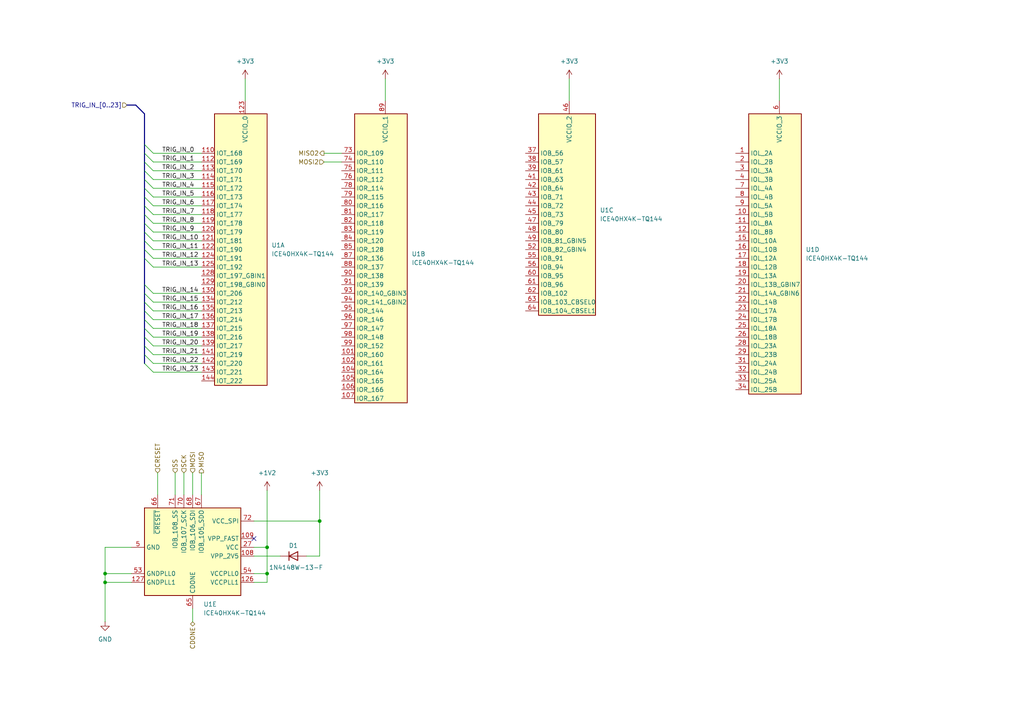
<source format=kicad_sch>
(kicad_sch (version 20250114) (generator "eeschema") (generator_version "9.0")
  (paper "A4")
  (lib_symbols
    (symbol "Device:D" (pin_numbers (hide yes)) (pin_names (offset 1.016) (hide yes))
      (property "Reference" "D" (at 0 2.54 0))
      (property "Value" "D" (at 0 -2.54 0))
      (symbol "D_0_1"
        (polyline (pts (xy -1.27 1.27) (xy -1.27 -1.27)) (stroke (width 0.254)))
        (polyline (pts (xy 1.27 1.27) (xy 1.27 -1.27) (xy -1.27 0) (xy 1.27 1.27)) (stroke (width 0.254)))
        (polyline (pts (xy 1.27 0) (xy -1.27 0)))
      )
      (symbol "D_1_1"
        (pin passive line (at -3.81 0 0) (length 2.54) (name "K") (number "1"))
        (pin passive line (at 3.81 0 180) (length 2.54) (name "A") (number "2"))
      )
    )
    (symbol "FPGA_Lattice:ICE40HX4K-TQ144"
      (property "Reference" "U" (at 12.7 53.34 0))
      (property "Value" "ICE40HX4K-TQ144" (at 30.48 48.26 0))
      (symbol "ICE40HX4K-TQ144_1_1"
        (rectangle (start -8.89 41.91) (end 6.35 -36.83) (stroke (width 0.254)) (fill (type background)))
        (pin bidirectional line (at -12.7 30.48 0) (length 3.81) (name "IOT_168") (number "110"))
        (pin bidirectional line (at -12.7 27.94 0) (length 3.81) (name "IOT_169") (number "112"))
        (pin bidirectional line (at -12.7 25.4 0) (length 3.81) (name "IOT_170") (number "113"))
        (pin bidirectional line (at -12.7 22.86 0) (length 3.81) (name "IOT_171") (number "114"))
        (pin bidirectional line (at -12.7 20.32 0) (length 3.81) (name "IOT_172") (number "115"))
        (pin bidirectional line (at -12.7 17.78 0) (length 3.81) (name "IOT_173") (number "116"))
        (pin bidirectional line (at -12.7 15.24 0) (length 3.81) (name "IOT_174") (number "117"))
        (pin bidirectional line (at -12.7 12.7 0) (length 3.81) (name "IOT_177") (number "118"))
        (pin bidirectional line (at -12.7 10.16 0) (length 3.81) (name "IOT_178") (number "119"))
        (pin bidirectional line (at -12.7 7.62 0) (length 3.81) (name "IOT_179") (number "120"))
        (pin bidirectional line (at -12.7 5.08 0) (length 3.81) (name "IOT_181") (number "121"))
        (pin bidirectional line (at -12.7 2.54 0) (length 3.81) (name "IOT_190") (number "122"))
        (pin bidirectional line (at -12.7 0 0) (length 3.81) (name "IOT_191") (number "124"))
        (pin bidirectional line (at -12.7 -2.54 0) (length 3.81) (name "IOT_192") (number "125"))
        (pin bidirectional line (at -12.7 -5.08 0) (length 3.81) (name "IOT_197_GBIN1") (number "128"))
        (pin bidirectional line (at -12.7 -7.62 0) (length 3.81) (name "IOT_198_GBIN0") (number "129"))
        (pin bidirectional line (at -12.7 -10.16 0) (length 3.81) (name "IOT_206") (number "130"))
        (pin bidirectional line (at -12.7 -12.7 0) (length 3.81) (name "IOT_212") (number "134"))
        (pin bidirectional line (at -12.7 -15.24 0) (length 3.81) (name "IOT_213") (number "135"))
        (pin bidirectional line (at -12.7 -17.78 0) (length 3.81) (name "IOT_214") (number "136"))
        (pin bidirectional line (at -12.7 -20.32 0) (length 3.81) (name "IOT_215") (number "137"))
        (pin bidirectional line (at -12.7 -22.86 0) (length 3.81) (name "IOT_216") (number "138"))
        (pin bidirectional line (at -12.7 -25.4 0) (length 3.81) (name "IOT_217") (number "139"))
        (pin bidirectional line (at -12.7 -27.94 0) (length 3.81) (name "IOT_219") (number "141"))
        (pin bidirectional line (at -12.7 -30.48 0) (length 3.81) (name "IOT_220") (number "142"))
        (pin bidirectional line (at -12.7 -33.02 0) (length 3.81) (name "IOT_221") (number "143"))
        (pin bidirectional line (at -12.7 -35.56 0) (length 3.81) (name "IOT_222") (number "144"))
        (pin power_in line (at 0 45.72 270) (length 3.81) (name "VCCIO_0") (number "123"))
        (pin passive line (at 0 45.72 270) (length 3.81) (hide yes) (name "VCCIO_0") (number "131"))
      )
      (symbol "ICE40HX4K-TQ144_2_1"
        (rectangle (start -8.89 44.45) (end 6.35 -39.37) (stroke (width 0.254)) (fill (type background)))
        (pin bidirectional line (at -12.7 33.02 0) (length 3.81) (name "IOR_109") (number "73"))
        (pin bidirectional line (at -12.7 30.48 0) (length 3.81) (name "IOR_110") (number "74"))
        (pin bidirectional line (at -12.7 27.94 0) (length 3.81) (name "IOR_111") (number "75"))
        (pin bidirectional line (at -12.7 25.4 0) (length 3.81) (name "IOR_112") (number "76"))
        (pin bidirectional line (at -12.7 22.86 0) (length 3.81) (name "IOR_114") (number "78"))
        (pin bidirectional line (at -12.7 20.32 0) (length 3.81) (name "IOR_115") (number "79"))
        (pin bidirectional line (at -12.7 17.78 0) (length 3.81) (name "IOR_116") (number "80"))
        (pin bidirectional line (at -12.7 15.24 0) (length 3.81) (name "IOR_117") (number "81"))
        (pin bidirectional line (at -12.7 12.7 0) (length 3.81) (name "IOR_118") (number "82"))
        (pin bidirectional line (at -12.7 10.16 0) (length 3.81) (name "IOR_119") (number "83"))
        (pin bidirectional line (at -12.7 7.62 0) (length 3.81) (name "IOR_120") (number "84"))
        (pin bidirectional line (at -12.7 5.08 0) (length 3.81) (name "IOR_128") (number "85"))
        (pin bidirectional line (at -12.7 2.54 0) (length 3.81) (name "IOR_136") (number "87"))
        (pin bidirectional line (at -12.7 0 0) (length 3.81) (name "IOR_137") (number "88"))
        (pin bidirectional line (at -12.7 -2.54 0) (length 3.81) (name "IOR_138") (number "90"))
        (pin bidirectional line (at -12.7 -5.08 0) (length 3.81) (name "IOR_139") (number "91"))
        (pin bidirectional line (at -12.7 -7.62 0) (length 3.81) (name "IOR_140_GBIN3") (number "93"))
        (pin bidirectional line (at -12.7 -10.16 0) (length 3.81) (name "IOR_141_GBIN2") (number "94"))
        (pin bidirectional line (at -12.7 -12.7 0) (length 3.81) (name "IOR_144") (number "95"))
        (pin bidirectional line (at -12.7 -15.24 0) (length 3.81) (name "IOR_146") (number "96"))
        (pin bidirectional line (at -12.7 -17.78 0) (length 3.81) (name "IOR_147") (number "97"))
        (pin bidirectional line (at -12.7 -20.32 0) (length 3.81) (name "IOR_148") (number "98"))
        (pin bidirectional line (at -12.7 -22.86 0) (length 3.81) (name "IOR_152") (number "99"))
        (pin bidirectional line (at -12.7 -25.4 0) (length 3.81) (name "IOR_160") (number "101"))
        (pin bidirectional line (at -12.7 -27.94 0) (length 3.81) (name "IOR_161") (number "102"))
        (pin bidirectional line (at -12.7 -30.48 0) (length 3.81) (name "IOR_164") (number "104"))
        (pin bidirectional line (at -12.7 -33.02 0) (length 3.81) (name "IOR_165") (number "105"))
        (pin bidirectional line (at -12.7 -35.56 0) (length 3.81) (name "IOR_166") (number "106"))
        (pin bidirectional line (at -12.7 -38.1 0) (length 3.81) (name "IOR_167") (number "107"))
        (pin passive line (at 0 48.26 270) (length 3.81) (hide yes) (name "VCCIO_1") (number "100"))
        (pin power_in line (at 0 48.26 270) (length 3.81) (name "VCCIO_1") (number "89"))
      )
      (symbol "ICE40HX4K-TQ144_3_1"
        (rectangle (start -8.89 31.75) (end 7.62 -26.67) (stroke (width 0.254)) (fill (type background)))
        (pin bidirectional line (at -12.7 20.32 0) (length 3.81) (name "IOB_56") (number "37"))
        (pin bidirectional line (at -12.7 17.78 0) (length 3.81) (name "IOB_57") (number "38"))
        (pin bidirectional line (at -12.7 15.24 0) (length 3.81) (name "IOB_61") (number "39"))
        (pin bidirectional line (at -12.7 12.7 0) (length 3.81) (name "IOB_63") (number "41"))
        (pin bidirectional line (at -12.7 10.16 0) (length 3.81) (name "IOB_64") (number "42"))
        (pin bidirectional line (at -12.7 7.62 0) (length 3.81) (name "IOB_71") (number "43"))
        (pin bidirectional line (at -12.7 5.08 0) (length 3.81) (name "IOB_72") (number "44"))
        (pin bidirectional line (at -12.7 2.54 0) (length 3.81) (name "IOB_73") (number "45"))
        (pin bidirectional line (at -12.7 0 0) (length 3.81) (name "IOB_79") (number "47"))
        (pin bidirectional line (at -12.7 -2.54 0) (length 3.81) (name "IOB_80") (number "48"))
        (pin bidirectional line (at -12.7 -5.08 0) (length 3.81) (name "IOB_81_GBIN5") (number "49"))
        (pin bidirectional line (at -12.7 -7.62 0) (length 3.81) (name "IOB_82_GBIN4") (number "52"))
        (pin bidirectional line (at -12.7 -10.16 0) (length 3.81) (name "IOB_91") (number "55"))
        (pin bidirectional line (at -12.7 -12.7 0) (length 3.81) (name "IOB_94") (number "56"))
        (pin bidirectional line (at -12.7 -15.24 0) (length 3.81) (name "IOB_95") (number "60"))
        (pin bidirectional line (at -12.7 -17.78 0) (length 3.81) (name "IOB_96") (number "61"))
        (pin bidirectional line (at -12.7 -20.32 0) (length 3.81) (name "IOB_102") (number "62"))
        (pin bidirectional line (at -12.7 -22.86 0) (length 3.81) (name "IOB_103_CBSEL0") (number "63"))
        (pin bidirectional line (at -12.7 -25.4 0) (length 3.81) (name "IOB_104_CBSEL1") (number "64"))
        (pin power_in line (at 0 35.56 270) (length 3.81) (name "VCCIO_2") (number "46"))
        (pin passive line (at 0 35.56 270) (length 3.81) (hide yes) (name "VCCIO_2") (number "57"))
      )
      (symbol "ICE40HX4K-TQ144_4_1"
        (rectangle (start -8.89 41.91) (end 6.35 -39.37) (stroke (width 0.254)) (fill (type background)))
        (pin bidirectional line (at -12.7 30.48 0) (length 3.81) (name "IOL_2A") (number "1"))
        (pin bidirectional line (at -12.7 27.94 0) (length 3.81) (name "IOL_2B") (number "2"))
        (pin bidirectional line (at -12.7 25.4 0) (length 3.81) (name "IOL_3A") (number "3"))
        (pin bidirectional line (at -12.7 22.86 0) (length 3.81) (name "IOL_3B") (number "4"))
        (pin bidirectional line (at -12.7 20.32 0) (length 3.81) (name "IOL_4A") (number "7"))
        (pin bidirectional line (at -12.7 17.78 0) (length 3.81) (name "IOL_4B") (number "8"))
        (pin bidirectional line (at -12.7 15.24 0) (length 3.81) (name "IOL_5A") (number "9"))
        (pin bidirectional line (at -12.7 12.7 0) (length 3.81) (name "IOL_5B") (number "10"))
        (pin bidirectional line (at -12.7 10.16 0) (length 3.81) (name "IOL_8A") (number "11"))
        (pin bidirectional line (at -12.7 7.62 0) (length 3.81) (name "IOL_8B") (number "12"))
        (pin bidirectional line (at -12.7 5.08 0) (length 3.81) (name "IOL_10A") (number "15"))
        (pin bidirectional line (at -12.7 2.54 0) (length 3.81) (name "IOL_10B") (number "16"))
        (pin bidirectional line (at -12.7 0 0) (length 3.81) (name "IOL_12A") (number "17"))
        (pin bidirectional line (at -12.7 -2.54 0) (length 3.81) (name "IOL_12B") (number "18"))
        (pin bidirectional line (at -12.7 -5.08 0) (length 3.81) (name "IOL_13A") (number "19"))
        (pin bidirectional line (at -12.7 -7.62 0) (length 3.81) (name "IOL_13B_GBIN7") (number "20"))
        (pin bidirectional line (at -12.7 -10.16 0) (length 3.81) (name "IOL_14A_GBIN6") (number "21"))
        (pin bidirectional line (at -12.7 -12.7 0) (length 3.81) (name "IOL_14B") (number "22"))
        (pin bidirectional line (at -12.7 -15.24 0) (length 3.81) (name "IOL_17A") (number "23"))
        (pin bidirectional line (at -12.7 -17.78 0) (length 3.81) (name "IOL_17B") (number "24"))
        (pin bidirectional line (at -12.7 -20.32 0) (length 3.81) (name "IOL_18A") (number "25"))
        (pin bidirectional line (at -12.7 -22.86 0) (length 3.81) (name "IOL_18B") (number "26"))
        (pin bidirectional line (at -12.7 -25.4 0) (length 3.81) (name "IOL_23A") (number "28"))
        (pin bidirectional line (at -12.7 -27.94 0) (length 3.81) (name "IOL_23B") (number "29"))
        (pin bidirectional line (at -12.7 -30.48 0) (length 3.81) (name "IOL_24A") (number "31"))
        (pin bidirectional line (at -12.7 -33.02 0) (length 3.81) (name "IOL_24B") (number "32"))
        (pin bidirectional line (at -12.7 -35.56 0) (length 3.81) (name "IOL_25A") (number "33"))
        (pin bidirectional line (at -12.7 -38.1 0) (length 3.81) (name "IOL_25B") (number "34"))
        (pin passive line (at 0 45.72 270) (length 3.81) (hide yes) (name "VCCIO_3") (number "30"))
        (pin power_in line (at 0 45.72 270) (length 3.81) (name "VCCIO_3") (number "6"))
      )
      (symbol "ICE40HX4K-TQ144_5_1"
        (rectangle (start -11.43 13.97) (end 13.97 -13.97) (stroke (width 0.254)) (fill (type background)))
        (pin bidirectional line (at -15.24 2.54 0) (length 3.81) (name "IOB_105_SDO") (number "67"))
        (pin bidirectional line (at -15.24 0 0) (length 3.81) (name "IOB_106_SDI") (number "68"))
        (pin bidirectional line (at -15.24 -2.54 0) (length 3.81) (name "IOB_107_SCK") (number "70"))
        (pin bidirectional line (at -15.24 -5.08 0) (length 3.81) (name "IOB_108_SS") (number "71"))
        (pin input line (at -15.24 -10.16 0) (length 3.81) (name "~{CRESET}") (number "66"))
        (pin power_in line (at -7.62 17.78 270) (length 3.81) (name "VCC_SPI") (number "72"))
        (pin power_in line (at -2.54 17.78 270) (length 3.81) (name "VPP_FAST") (number "109"))
        (pin passive line (at 0 17.78 270) (length 3.81) (hide yes) (name "VCC") (number "111"))
        (pin power_in line (at 0 17.78 270) (length 3.81) (name "VCC") (number "27"))
        (pin passive line (at 0 17.78 270) (length 3.81) (hide yes) (name "VCC") (number "40"))
        (pin passive line (at 0 17.78 270) (length 3.81) (hide yes) (name "VCC") (number "92"))
        (pin passive line (at 0 -17.78 90) (length 3.81) (hide yes) (name "GND") (number "103"))
        (pin passive line (at 0 -17.78 90) (length 3.81) (hide yes) (name "GND") (number "13"))
        (pin passive line (at 0 -17.78 90) (length 3.81) (hide yes) (name "GND") (number "132"))
        (pin passive line (at 0 -17.78 90) (length 3.81) (hide yes) (name "GND") (number "14"))
        (pin passive line (at 0 -17.78 90) (length 3.81) (hide yes) (name "GND") (number "140"))
        (pin power_in line (at 0 -17.78 90) (length 3.81) (name "GND") (number "5"))
        (pin passive line (at 0 -17.78 90) (length 3.81) (hide yes) (name "GND") (number "59"))
        (pin passive line (at 0 -17.78 90) (length 3.81) (hide yes) (name "GND") (number "69"))
        (pin passive line (at 0 -17.78 90) (length 3.81) (hide yes) (name "GND") (number "86"))
        (pin power_in line (at 2.54 17.78 270) (length 3.81) (name "VPP_2V5") (number "108"))
        (pin power_in line (at 7.62 17.78 270) (length 3.81) (name "VCCPLL0") (number "54"))
        (pin power_in line (at 7.62 -17.78 90) (length 3.81) (name "GNDPLL0") (number "53"))
        (pin power_in line (at 10.16 17.78 270) (length 3.81) (name "VCCPLL1") (number "126"))
        (pin power_in line (at 10.16 -17.78 90) (length 3.81) (name "GNDPLL1") (number "127"))
        (pin no_connect line (at 12.7 7.62 180) (length 3.81) (hide yes) (name "NC") (number "77"))
        (pin no_connect line (at 12.7 5.08 180) (length 3.81) (hide yes) (name "NC") (number "35"))
        (pin no_connect line (at 12.7 2.54 180) (length 3.81) (hide yes) (name "NC") (number "36"))
        (pin no_connect line (at 12.7 -2.54 180) (length 3.81) (hide yes) (name "NC") (number "50"))
        (pin no_connect line (at 12.7 -5.08 180) (length 3.81) (hide yes) (name "NC") (number "51"))
        (pin no_connect line (at 12.7 -7.62 180) (length 3.81) (hide yes) (name "NC") (number "58"))
        (pin no_connect line (at 12.7 -10.16 180) (length 3.81) (hide yes) (name "NC") (number "133"))
        (pin open_collector line (at 17.78 0 180) (length 3.81) (name "CDONE") (number "65"))
      )
    )
    (symbol "power:+1V2" (power) (pin_numbers (hide yes)) (pin_names (offset 0) (hide yes))
      (property "Value" "+1V2" (at 0 3.556 0))
      (symbol "+1V2_0_1"
        (polyline (pts (xy -0.762 1.27) (xy 0 2.54)))
        (polyline (pts (xy 0 2.54) (xy 0.762 1.27)))
        (polyline (pts (xy 0 0) (xy 0 2.54)))
      )
      (symbol "+1V2_1_1"
        (pin power_in line (at 0 0 90) (length 0) (name "~") (number "1"))
      )
    )
    (symbol "power:+3V3" (power) (pin_numbers (hide yes)) (pin_names (offset 0) (hide yes))
      (property "Value" "+3V3" (at 0 3.556 0))
      (symbol "+3V3_0_1"
        (polyline (pts (xy -0.762 1.27) (xy 0 2.54)))
        (polyline (pts (xy 0 2.54) (xy 0.762 1.27)))
        (polyline (pts (xy 0 0) (xy 0 2.54)))
      )
      (symbol "+3V3_1_1"
        (pin power_in line (at 0 0 90) (length 0) (name "~") (number "1"))
      )
    )
    (symbol "power:GND" (power) (pin_numbers (hide yes)) (pin_names (offset 0) (hide yes))
      (property "Value" "GND" (at 0 -3.81 0))
      (symbol "GND_0_1"
        (polyline (pts (xy 0 0) (xy 0 -1.27) (xy 1.27 -1.27) (xy 0 -2.54) (xy -1.27 -1.27) (xy 0 -1.27)))
      )
      (symbol "GND_1_1"
        (pin power_in line (at 0 0 270) (length 0) (name "~") (number "1"))
      )
    )
  )
  (junction (at 30.48 168.91))
  (junction (at 77.47 166.37))
  (junction (at 30.48 166.37))
  (junction (at 92.71 151.13))
  (junction (at 77.47 158.75))
  (no_connect (at 73.66 156.21))
  (bus_entry (at 41.91 82.55) (size 2.54 2.54))
  (bus_entry (at 41.91 92.71) (size 2.54 2.54))
  (bus_entry (at 41.91 97.79) (size 2.54 2.54))
  (bus_entry (at 41.91 74.93) (size 2.54 2.54))
  (bus_entry (at 41.91 44.45) (size 2.54 2.54))
  (bus_entry (at 41.91 90.17) (size 2.54 2.54))
  (bus_entry (at 41.91 54.61) (size 2.54 2.54))
  (bus_entry (at 41.91 64.77) (size 2.54 2.54))
  (bus_entry (at 41.91 62.23) (size 2.54 2.54))
  (bus_entry (at 41.91 52.07) (size 2.54 2.54))
  (bus_entry (at 41.91 85.09) (size 2.54 2.54))
  (bus_entry (at 41.91 67.31) (size 2.54 2.54))
  (bus_entry (at 41.91 69.85) (size 2.54 2.54))
  (bus_entry (at 41.91 57.15) (size 2.54 2.54))
  (bus_entry (at 41.91 46.99) (size 2.54 2.54))
  (bus_entry (at 41.91 100.33) (size 2.54 2.54))
  (bus_entry (at 41.91 102.87) (size 2.54 2.54))
  (bus_entry (at 41.91 95.25) (size 2.54 2.54))
  (bus_entry (at 41.91 87.63) (size 2.54 2.54))
  (bus_entry (at 41.91 41.91) (size 2.54 2.54))
  (bus_entry (at 41.91 72.39) (size 2.54 2.54))
  (bus_entry (at 41.91 49.53) (size 2.54 2.54))
  (bus_entry (at 41.91 59.69) (size 2.54 2.54))
  (bus_entry (at 41.91 105.41) (size 2.54 2.54))
  (bus (pts (xy 41.91 102.87) (xy 41.91 105.41)))
  (wire (pts (xy 44.45 74.93) (xy 58.42 74.93)))
  (wire (pts (xy 77.47 142.24) (xy 77.47 158.75)))
  (wire (pts (xy 44.45 69.85) (xy 58.42 69.85)))
  (bus (pts (xy 41.91 62.23) (xy 41.91 64.77)))
  (wire (pts (xy 111.76 22.86) (xy 111.76 29.21)))
  (bus (pts (xy 41.91 90.17) (xy 41.91 92.71)))
  (bus (pts (xy 41.91 44.45) (xy 41.91 46.99)))
  (wire (pts (xy 44.45 107.95) (xy 58.42 107.95)))
  (wire (pts (xy 73.66 151.13) (xy 92.71 151.13)))
  (wire (pts (xy 44.45 64.77) (xy 58.42 64.77)))
  (wire (pts (xy 45.72 137.16) (xy 45.72 143.51)))
  (wire (pts (xy 55.88 137.16) (xy 55.88 143.51)))
  (wire (pts (xy 44.45 54.61) (xy 58.42 54.61)))
  (wire (pts (xy 58.42 137.16) (xy 58.42 143.51)))
  (wire (pts (xy 73.66 158.75) (xy 77.47 158.75)))
  (wire (pts (xy 44.45 77.47) (xy 58.42 77.47)))
  (bus (pts (xy 41.91 74.93) (xy 41.91 82.55)))
  (bus (pts (xy 41.91 41.91) (xy 41.91 44.45)))
  (bus (pts (xy 41.91 49.53) (xy 41.91 52.07)))
  (wire (pts (xy 77.47 158.75) (xy 77.47 166.37)))
  (bus (pts (xy 41.91 87.63) (xy 41.91 90.17)))
  (wire (pts (xy 30.48 168.91) (xy 30.48 180.34)))
  (wire (pts (xy 44.45 97.79) (xy 58.42 97.79)))
  (wire (pts (xy 30.48 166.37) (xy 30.48 168.91)))
  (bus (pts (xy 41.91 64.77) (xy 41.91 67.31)))
  (wire (pts (xy 44.45 100.33) (xy 58.42 100.33)))
  (wire (pts (xy 53.34 137.16) (xy 53.34 143.51)))
  (bus (pts (xy 41.91 100.33) (xy 41.91 102.87)))
  (bus (pts (xy 41.91 52.07) (xy 41.91 54.61)))
  (wire (pts (xy 73.66 168.91) (xy 77.47 168.91)))
  (bus (pts (xy 41.91 33.02) (xy 39.37 30.48)))
  (bus (pts (xy 41.91 54.61) (xy 41.91 57.15)))
  (wire (pts (xy 73.66 161.29) (xy 81.28 161.29)))
  (wire (pts (xy 44.45 67.31) (xy 58.42 67.31)))
  (wire (pts (xy 73.66 166.37) (xy 77.47 166.37)))
  (wire (pts (xy 44.45 49.53) (xy 58.42 49.53)))
  (wire (pts (xy 92.71 151.13) (xy 92.71 161.29)))
  (wire (pts (xy 38.1 158.75) (xy 30.48 158.75)))
  (bus (pts (xy 41.91 85.09) (xy 41.91 87.63)))
  (wire (pts (xy 44.45 59.69) (xy 58.42 59.69)))
  (wire (pts (xy 226.06 22.86) (xy 226.06 29.21)))
  (wire (pts (xy 55.88 176.53) (xy 55.88 180.34)))
  (wire (pts (xy 44.45 62.23) (xy 58.42 62.23)))
  (bus (pts (xy 41.91 59.69) (xy 41.91 62.23)))
  (wire (pts (xy 165.1 22.86) (xy 165.1 29.21)))
  (wire (pts (xy 30.48 168.91) (xy 38.1 168.91)))
  (bus (pts (xy 36.83 30.48) (xy 39.37 30.48)))
  (bus (pts (xy 41.91 92.71) (xy 41.91 95.25)))
  (bus (pts (xy 41.91 46.99) (xy 41.91 49.53)))
  (wire (pts (xy 88.9 161.29) (xy 92.71 161.29)))
  (wire (pts (xy 93.98 44.45) (xy 99.06 44.45)))
  (bus (pts (xy 41.91 72.39) (xy 41.91 74.93)))
  (wire (pts (xy 77.47 166.37) (xy 77.47 168.91)))
  (wire (pts (xy 44.45 92.71) (xy 58.42 92.71)))
  (bus (pts (xy 41.91 57.15) (xy 41.91 59.69)))
  (wire (pts (xy 44.45 102.87) (xy 58.42 102.87)))
  (wire (pts (xy 44.45 44.45) (xy 58.42 44.45)))
  (bus (pts (xy 41.91 33.02) (xy 41.91 41.91)))
  (wire (pts (xy 71.12 22.86) (xy 71.12 29.21)))
  (wire (pts (xy 93.98 46.99) (xy 99.06 46.99)))
  (wire (pts (xy 44.45 95.25) (xy 58.42 95.25)))
  (wire (pts (xy 44.45 85.09) (xy 58.42 85.09)))
  (bus (pts (xy 41.91 67.31) (xy 41.91 69.85)))
  (wire (pts (xy 44.45 90.17) (xy 58.42 90.17)))
  (wire (pts (xy 50.8 137.16) (xy 50.8 143.51)))
  (bus (pts (xy 41.91 95.25) (xy 41.91 97.79)))
  (bus (pts (xy 41.91 82.55) (xy 41.91 85.09)))
  (bus (pts (xy 41.91 69.85) (xy 41.91 72.39)))
  (wire (pts (xy 44.45 72.39) (xy 58.42 72.39)))
  (wire (pts (xy 44.45 87.63) (xy 58.42 87.63)))
  (wire (pts (xy 30.48 158.75) (xy 30.48 166.37)))
  (wire (pts (xy 44.45 57.15) (xy 58.42 57.15)))
  (bus (pts (xy 41.91 97.79) (xy 41.91 100.33)))
  (wire (pts (xy 44.45 105.41) (xy 58.42 105.41)))
  (wire (pts (xy 44.45 52.07) (xy 58.42 52.07)))
  (wire (pts (xy 92.71 142.24) (xy 92.71 151.13)))
  (wire (pts (xy 44.45 46.99) (xy 58.42 46.99)))
  (wire (pts (xy 38.1 166.37) (xy 30.48 166.37)))
  (label "TRIG_IN_14" (at 46.99 85.09 0))
  (label "TRIG_IN_11" (at 46.99 72.39 0))
  (label "TRIG_IN_21" (at 46.99 102.87 0))
  (label "TRIG_IN_18" (at 46.99 95.25 0))
  (label "TRIG_IN_2" (at 46.99 49.53 0))
  (label "TRIG_IN_0" (at 46.99 44.45 0))
  (label "TRIG_IN_15" (at 46.99 87.63 0))
  (label "TRIG_IN_4" (at 46.99 54.61 0))
  (label "TRIG_IN_9" (at 46.99 67.31 0))
  (label "TRIG_IN_3" (at 46.99 52.07 0))
  (label "TRIG_IN_22" (at 46.99 105.41 0))
  (label "TRIG_IN_8" (at 46.99 64.77 0))
  (label "TRIG_IN_17" (at 46.99 92.71 0))
  (label "TRIG_IN_6" (at 46.99 59.69 0))
  (label "TRIG_IN_12" (at 46.99 74.93 0))
  (label "TRIG_IN_7" (at 46.99 62.23 0))
  (label "TRIG_IN_19" (at 46.99 97.79 0))
  (label "TRIG_IN_13" (at 46.99 77.47 0))
  (label "TRIG_IN_23" (at 46.99 107.95 0))
  (label "TRIG_IN_16" (at 46.99 90.17 0))
  (label "TRIG_IN_20" (at 46.99 100.33 0))
  (label "TRIG_IN_5" (at 46.99 57.15 0))
  (label "TRIG_IN_10" (at 46.99 69.85 0))
  (label "TRIG_IN_1" (at 46.99 46.99 0))
  (hierarchical_label "CDONE" (shape bidirectional) (at 55.88 180.34 270))
  (hierarchical_label "SCK" (shape input) (at 53.34 137.16 90))
  (hierarchical_label "SS" (shape input) (at 50.8 137.16 90))
  (hierarchical_label "CRESET" (shape input) (at 45.72 137.16 90))
  (hierarchical_label "MISO" (shape output) (at 58.42 137.16 90))
  (hierarchical_label "TRIG_IN_[0..23]" (shape input) (at 36.83 30.48 180))
  (hierarchical_label "MOSI2" (shape input) (at 93.98 46.99 180))
  (hierarchical_label "MOSI" (shape input) (at 55.88 137.16 90))
  (hierarchical_label "MISO2" (shape output) (at 93.98 44.45 180))
  (symbol (lib_id "FPGA_Lattice:ICE40HX4K-TQ144") (at 165.1 64.77 0) (unit 3)
    (property "Reference" "U1" (at 173.99 60.9599 0) (effects (justify left)))
    (property "Value" "ICE40HX4K-TQ144" (at 173.99 63.4999 0) (effects (justify left)))
    (property "Footprint" "Package_QFP:TQFP-144_20x20mm_P0.5mm" (effects (hide yes)))
    (property "Datasheet" "http://www.latticesemi.com/Products/FPGAandCPLD/iCE40" (effects (hide yes)))
    (property "Description" "iCE40 HX FPGA, 3520 LUTs, 1.2V, TQFP-144" (effects (hide yes)))
  )
  (symbol (lib_id "FPGA_Lattice:ICE40HX4K-TQ144") (at 71.12 74.93 0) (unit 1)
    (property "Reference" "U1" (at 78.74 71.1199 0) (effects (justify left)))
    (property "Value" "ICE40HX4K-TQ144" (at 78.74 73.6599 0) (effects (justify left)))
    (property "Footprint" "Package_QFP:TQFP-144_20x20mm_P0.5mm" (effects (hide yes)))
    (property "Datasheet" "http://www.latticesemi.com/Products/FPGAandCPLD/iCE40" (effects (hide yes)))
    (property "Description" "iCE40 HX FPGA, 3520 LUTs, 1.2V, TQFP-144" (effects (hide yes)))
  )
  (symbol (lib_id "FPGA_Lattice:ICE40HX4K-TQ144") (at 226.06 74.93 0) (unit 4)
    (property "Reference" "U1" (at 233.68 72.3899 0) (effects (justify left)))
    (property "Value" "ICE40HX4K-TQ144" (at 233.68 74.9299 0) (effects (justify left)))
    (property "Footprint" "Package_QFP:TQFP-144_20x20mm_P0.5mm" (effects (hide yes)))
    (property "Datasheet" "http://www.latticesemi.com/Products/FPGAandCPLD/iCE40" (effects (hide yes)))
    (property "Description" "iCE40 HX FPGA, 3520 LUTs, 1.2V, TQFP-144" (effects (hide yes)))
  )
  (symbol (lib_id "FPGA_Lattice:ICE40HX4K-TQ144") (at 111.76 77.47 0) (unit 2)
    (property "Reference" "U1" (at 119.38 73.6599 0) (effects (justify left)))
    (property "Value" "ICE40HX4K-TQ144" (at 119.38 76.1999 0) (effects (justify left)))
    (property "Footprint" "Package_QFP:TQFP-144_20x20mm_P0.5mm" (effects (hide yes)))
    (property "Datasheet" "http://www.latticesemi.com/Products/FPGAandCPLD/iCE40" (effects (hide yes)))
    (property "Description" "iCE40 HX FPGA, 3520 LUTs, 1.2V, TQFP-144" (effects (hide yes)))
  )
  (symbol (lib_id "power:+3V3") (at 71.12 22.86 0) (unit 1)
    (property "Reference" "#PWR07" (effects (hide yes)))
    (property "Value" "+3V3" (at 71.12 17.78 0))
    (property "Description" "Power symbol creates a global label with name \"+3V3\"" (effects (hide yes)))
  )
  (symbol (lib_id "power:+3V3") (at 111.76 22.86 0) (unit 1)
    (property "Reference" "#PWR051" (effects (hide yes)))
    (property "Value" "+3V3" (at 111.76 17.78 0))
    (property "Description" "Power symbol creates a global label with name \"+3V3\"" (effects (hide yes)))
  )
  (symbol (lib_id "power:+1V2") (at 77.47 142.24 0) (unit 1)
    (property "Reference" "#PWR09" (effects (hide yes)))
    (property "Value" "+1V2" (at 77.47 137.16 0))
    (property "Description" "Power symbol creates a global label with name \"+1V2\"" (effects (hide yes)))
  )
  (symbol (lib_id "power:+3V3") (at 92.71 142.24 0) (unit 1)
    (property "Reference" "#PWR010" (effects (hide yes)))
    (property "Value" "+3V3" (at 92.71 137.16 0))
    (property "Description" "Power symbol creates a global label with name \"+3V3\"" (effects (hide yes)))
  )
  (symbol (lib_id "power:+3V3") (at 165.1 22.86 0) (unit 1)
    (property "Reference" "#PWR073" (effects (hide yes)))
    (property "Value" "+3V3" (at 165.1 17.78 0))
    (property "Description" "Power symbol creates a global label with name \"+3V3\"" (effects (hide yes)))
  )
  (symbol (lib_id "power:GND") (at 30.48 180.34 0) (unit 1)
    (property "Reference" "#PWR08" (effects (hide yes)))
    (property "Value" "GND" (at 30.48 185.42 0))
    (property "Description" "Power symbol creates a global label with name \"GND\" , ground" (effects (hide yes)))
  )
  (symbol (lib_id "power:+3V3") (at 226.06 22.86 0) (unit 1)
    (property "Reference" "#PWR074" (effects (hide yes)))
    (property "Value" "+3V3" (at 226.06 17.78 0))
    (property "Description" "Power symbol creates a global label with name \"+3V3\"" (effects (hide yes)))
  )
  (symbol (lib_id "FPGA_Lattice:ICE40HX4K-TQ144") (at 55.88 158.75 270) (unit 5)
    (property "Reference" "U1" (at 58.9981 175.26 90) (effects (justify left)))
    (property "Value" "ICE40HX4K-TQ144" (at 58.9981 177.8 90) (effects (justify left)))
    (property "Footprint" "Package_QFP:TQFP-144_20x20mm_P0.5mm" (effects (hide yes)))
    (property "Datasheet" "http://www.latticesemi.com/Products/FPGAandCPLD/iCE40" (effects (hide yes)))
    (property "Description" "iCE40 HX FPGA, 3520 LUTs, 1.2V, TQFP-144" (effects (hide yes)))
  )
  (symbol (lib_id "Device:D") (at 85.09 161.29 0) (unit 1)
    (property "Reference" "D1" (at 85.09 158.242 0))
    (property "Value" "1N4148W-13-F" (at 85.852 164.592 0))
    (property "Description" "Diode" (effects (hide yes)))
    (property "Sim.Device" "D" (effects (hide yes)))
    (property "Sim.Pins" "1=K 2=A" (effects (hide yes)))
  )
)
</source>
